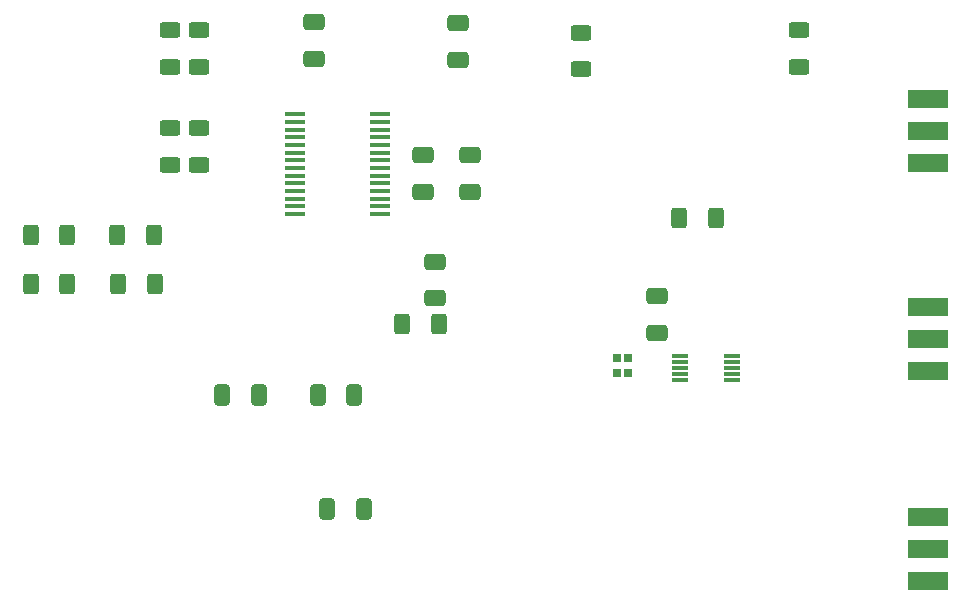
<source format=gbr>
%TF.GenerationSoftware,KiCad,Pcbnew,7.0.2*%
%TF.CreationDate,2024-01-20T15:19:51+00:00*%
%TF.ProjectId,Si5351a and Audio Gain Board,53693533-3531-4612-9061-6e6420417564,rev?*%
%TF.SameCoordinates,Original*%
%TF.FileFunction,Paste,Top*%
%TF.FilePolarity,Positive*%
%FSLAX46Y46*%
G04 Gerber Fmt 4.6, Leading zero omitted, Abs format (unit mm)*
G04 Created by KiCad (PCBNEW 7.0.2) date 2024-01-20 15:19:51*
%MOMM*%
%LPD*%
G01*
G04 APERTURE LIST*
G04 Aperture macros list*
%AMRoundRect*
0 Rectangle with rounded corners*
0 $1 Rounding radius*
0 $2 $3 $4 $5 $6 $7 $8 $9 X,Y pos of 4 corners*
0 Add a 4 corners polygon primitive as box body*
4,1,4,$2,$3,$4,$5,$6,$7,$8,$9,$2,$3,0*
0 Add four circle primitives for the rounded corners*
1,1,$1+$1,$2,$3*
1,1,$1+$1,$4,$5*
1,1,$1+$1,$6,$7*
1,1,$1+$1,$8,$9*
0 Add four rect primitives between the rounded corners*
20,1,$1+$1,$2,$3,$4,$5,0*
20,1,$1+$1,$4,$5,$6,$7,0*
20,1,$1+$1,$6,$7,$8,$9,0*
20,1,$1+$1,$8,$9,$2,$3,0*%
G04 Aperture macros list end*
%ADD10RoundRect,0.250000X0.400000X0.625000X-0.400000X0.625000X-0.400000X-0.625000X0.400000X-0.625000X0*%
%ADD11RoundRect,0.250000X-0.650000X0.412500X-0.650000X-0.412500X0.650000X-0.412500X0.650000X0.412500X0*%
%ADD12RoundRect,0.250000X-0.412500X-0.650000X0.412500X-0.650000X0.412500X0.650000X-0.412500X0.650000X0*%
%ADD13RoundRect,0.250000X0.412500X0.650000X-0.412500X0.650000X-0.412500X-0.650000X0.412500X-0.650000X0*%
%ADD14RoundRect,0.250000X-0.400000X-0.625000X0.400000X-0.625000X0.400000X0.625000X-0.400000X0.625000X0*%
%ADD15RoundRect,0.250000X0.650000X-0.412500X0.650000X0.412500X-0.650000X0.412500X-0.650000X-0.412500X0*%
%ADD16RoundRect,0.250000X0.625000X-0.400000X0.625000X0.400000X-0.625000X0.400000X-0.625000X-0.400000X0*%
%ADD17RoundRect,0.250000X-0.625000X0.400000X-0.625000X-0.400000X0.625000X-0.400000X0.625000X0.400000X0*%
%ADD18R,3.500000X1.500000*%
%ADD19R,1.400000X0.300000*%
%ADD20R,1.750000X0.450000*%
%ADD21R,0.700000X0.750000*%
G04 APERTURE END LIST*
D10*
%TO.C,R10*%
X133670000Y-86200000D03*
X130570000Y-86200000D03*
%TD*%
D11*
%TO.C,C9*%
X132320000Y-71837500D03*
X132320000Y-74962500D03*
%TD*%
D12*
%TO.C,C8*%
X124195000Y-101800000D03*
X127320000Y-101800000D03*
%TD*%
D13*
%TO.C,C7*%
X126520000Y-92200000D03*
X123395000Y-92200000D03*
%TD*%
D12*
%TO.C,C5*%
X115320000Y-92200000D03*
X118445000Y-92200000D03*
%TD*%
D11*
%TO.C,C4*%
X123120000Y-60600000D03*
X123120000Y-63725000D03*
%TD*%
D14*
%TO.C,R7*%
X102220000Y-82800000D03*
X99120000Y-82800000D03*
%TD*%
%TO.C,R6*%
X102220000Y-78600000D03*
X99120000Y-78600000D03*
%TD*%
D10*
%TO.C,D2*%
X106520000Y-82800000D03*
X109620000Y-82800000D03*
%TD*%
D15*
%TO.C,C6*%
X133320000Y-84000000D03*
X133320000Y-80875000D03*
%TD*%
D16*
%TO.C,R9*%
X164120000Y-64400000D03*
X164120000Y-61300000D03*
%TD*%
D10*
%TO.C,R8*%
X157120000Y-77200000D03*
X154020000Y-77200000D03*
%TD*%
D16*
%TO.C,R5*%
X145720000Y-64600000D03*
X145720000Y-61500000D03*
%TD*%
%TO.C,R4*%
X113320000Y-64400000D03*
X113320000Y-61300000D03*
%TD*%
%TO.C,R3*%
X110920000Y-64400000D03*
X110920000Y-61300000D03*
%TD*%
D17*
%TO.C,R2*%
X113320000Y-69600000D03*
X113320000Y-72700000D03*
%TD*%
%TO.C,R1*%
X110920000Y-69600000D03*
X110920000Y-72700000D03*
%TD*%
D18*
%TO.C,J3*%
X175120000Y-84700000D03*
X175120000Y-90100000D03*
X175120000Y-87400000D03*
%TD*%
%TO.C,J4*%
X175120000Y-102500000D03*
X175120000Y-107900000D03*
X175120000Y-105200000D03*
%TD*%
D15*
%TO.C,C3*%
X136320000Y-74962500D03*
X136320000Y-71837500D03*
%TD*%
D19*
%TO.C,U1*%
X154120000Y-88900000D03*
X154120000Y-89400000D03*
X154120000Y-89900000D03*
X154120000Y-90400000D03*
X154120000Y-90900000D03*
X158520000Y-90900000D03*
X158520000Y-90400000D03*
X158520000Y-89900000D03*
X158520000Y-89400000D03*
X158520000Y-88900000D03*
%TD*%
D20*
%TO.C,U5*%
X128720000Y-76850000D03*
X128720000Y-76200000D03*
X128720000Y-75550000D03*
X128720000Y-74900000D03*
X128720000Y-74250000D03*
X128720000Y-73600000D03*
X128720000Y-72950000D03*
X128720000Y-72300000D03*
X128720000Y-71650000D03*
X128720000Y-71000000D03*
X128720000Y-70350000D03*
X128720000Y-69700000D03*
X128720000Y-69050000D03*
X128720000Y-68400000D03*
X121520000Y-68400000D03*
X121520000Y-69050000D03*
X121520000Y-69700000D03*
X121520000Y-70350000D03*
X121520000Y-71000000D03*
X121520000Y-71650000D03*
X121520000Y-72300000D03*
X121520000Y-72950000D03*
X121520000Y-73600000D03*
X121520000Y-74250000D03*
X121520000Y-74900000D03*
X121520000Y-75550000D03*
X121520000Y-76200000D03*
X121520000Y-76850000D03*
%TD*%
D21*
%TO.C,Y1*%
X149720000Y-90350000D03*
X149720000Y-89000000D03*
X148720000Y-89000000D03*
X148720000Y-90350000D03*
%TD*%
D10*
%TO.C,D1*%
X106420000Y-78600000D03*
X109520000Y-78600000D03*
%TD*%
D18*
%TO.C,J2*%
X175120000Y-69800000D03*
X175120000Y-72500000D03*
X175120000Y-67100000D03*
%TD*%
D11*
%TO.C,C2*%
X135320000Y-60675000D03*
X135320000Y-63800000D03*
%TD*%
D15*
%TO.C,C1*%
X152120000Y-86925000D03*
X152120000Y-83800000D03*
%TD*%
M02*

</source>
